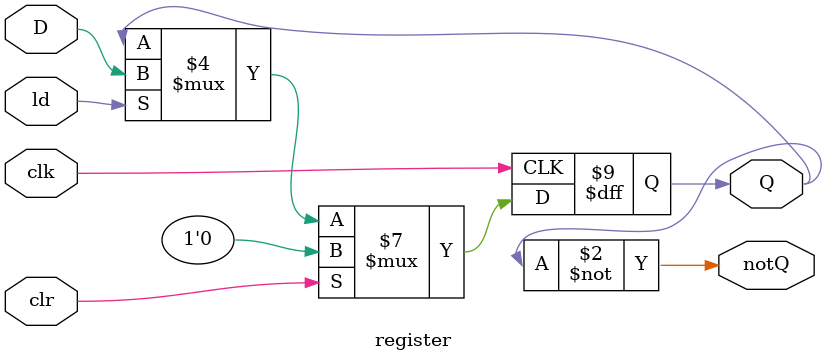
<source format=sv>
`timescale 1ns / 1ps


module register
#(parameter SIZE = 1) (
    input logic clk,
    input logic clr,
    input logic ld,
    input logic [SIZE - 1: 0] D,
    output logic [SIZE - 1: 0] Q,
    output logic [SIZE - 1: 0] notQ
);

always_ff @(posedge clk) begin
    if(clr) begin Q <= 0; end
    else if(ld) begin Q <= D; end
    else begin Q <= Q; end
end

assign notQ = ~Q;

endmodule

</source>
